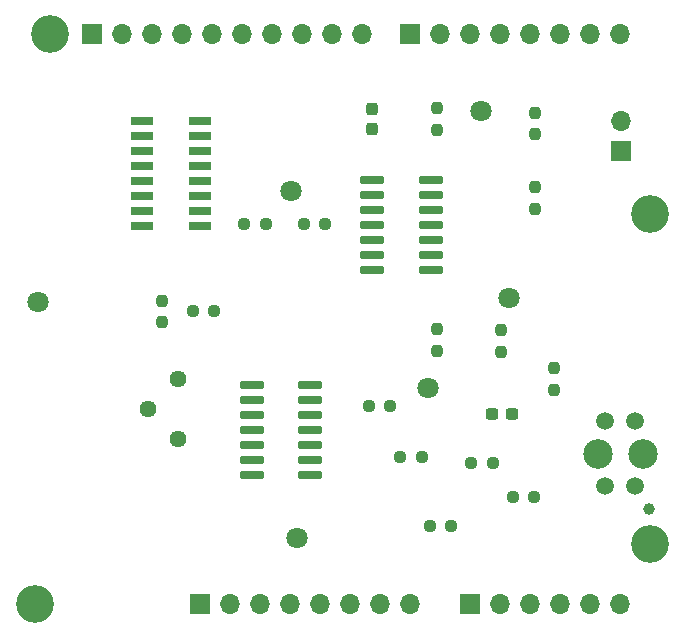
<source format=gts>
%TF.GenerationSoftware,KiCad,Pcbnew,(6.0.7)*%
%TF.CreationDate,2023-02-07T21:03:53+01:00*%
%TF.ProjectId,002 ardu ino shield,30303220-6172-4647-9520-696e6f207368,rev?*%
%TF.SameCoordinates,Original*%
%TF.FileFunction,Soldermask,Top*%
%TF.FilePolarity,Negative*%
%FSLAX46Y46*%
G04 Gerber Fmt 4.6, Leading zero omitted, Abs format (unit mm)*
G04 Created by KiCad (PCBNEW (6.0.7)) date 2023-02-07 21:03:53*
%MOMM*%
%LPD*%
G01*
G04 APERTURE LIST*
G04 Aperture macros list*
%AMRoundRect*
0 Rectangle with rounded corners*
0 $1 Rounding radius*
0 $2 $3 $4 $5 $6 $7 $8 $9 X,Y pos of 4 corners*
0 Add a 4 corners polygon primitive as box body*
4,1,4,$2,$3,$4,$5,$6,$7,$8,$9,$2,$3,0*
0 Add four circle primitives for the rounded corners*
1,1,$1+$1,$2,$3*
1,1,$1+$1,$4,$5*
1,1,$1+$1,$6,$7*
1,1,$1+$1,$8,$9*
0 Add four rect primitives between the rounded corners*
20,1,$1+$1,$2,$3,$4,$5,0*
20,1,$1+$1,$4,$5,$6,$7,0*
20,1,$1+$1,$6,$7,$8,$9,0*
20,1,$1+$1,$8,$9,$2,$3,0*%
G04 Aperture macros list end*
%ADD10R,1.700000X1.700000*%
%ADD11O,1.700000X1.700000*%
%ADD12C,2.500000*%
%ADD13C,1.000000*%
%ADD14C,1.500000*%
%ADD15RoundRect,0.237500X-0.250000X-0.237500X0.250000X-0.237500X0.250000X0.237500X-0.250000X0.237500X0*%
%ADD16C,1.800000*%
%ADD17RoundRect,0.042000X-0.908000X-0.258000X0.908000X-0.258000X0.908000X0.258000X-0.908000X0.258000X0*%
%ADD18RoundRect,0.042000X-0.943000X-0.258000X0.943000X-0.258000X0.943000X0.258000X-0.943000X0.258000X0*%
%ADD19RoundRect,0.237500X0.237500X-0.250000X0.237500X0.250000X-0.237500X0.250000X-0.237500X-0.250000X0*%
%ADD20RoundRect,0.237500X0.250000X0.237500X-0.250000X0.237500X-0.250000X-0.237500X0.250000X-0.237500X0*%
%ADD21C,3.200000*%
%ADD22RoundRect,0.237500X0.237500X-0.300000X0.237500X0.300000X-0.237500X0.300000X-0.237500X-0.300000X0*%
%ADD23RoundRect,0.237500X-0.237500X0.250000X-0.237500X-0.250000X0.237500X-0.250000X0.237500X0.250000X0*%
%ADD24C,1.440000*%
%ADD25RoundRect,0.237500X0.300000X0.237500X-0.300000X0.237500X-0.300000X-0.237500X0.300000X-0.237500X0*%
G04 APERTURE END LIST*
D10*
X127940000Y-97460000D03*
D11*
X130480000Y-97460000D03*
X133020000Y-97460000D03*
X135560000Y-97460000D03*
X138100000Y-97460000D03*
X140640000Y-97460000D03*
X143180000Y-97460000D03*
X145720000Y-97460000D03*
D10*
X150800000Y-97460000D03*
D11*
X153340000Y-97460000D03*
X155880000Y-97460000D03*
X158420000Y-97460000D03*
X160960000Y-97460000D03*
X163500000Y-97460000D03*
D10*
X118796000Y-49200000D03*
D11*
X121336000Y-49200000D03*
X123876000Y-49200000D03*
X126416000Y-49200000D03*
X128956000Y-49200000D03*
X131496000Y-49200000D03*
X134036000Y-49200000D03*
X136576000Y-49200000D03*
X139116000Y-49200000D03*
X141656000Y-49200000D03*
D10*
X145720000Y-49200000D03*
D11*
X148260000Y-49200000D03*
X150800000Y-49200000D03*
X153340000Y-49200000D03*
X155880000Y-49200000D03*
X158420000Y-49200000D03*
X160960000Y-49200000D03*
X163500000Y-49200000D03*
D12*
X165400000Y-84760000D03*
X161600000Y-84760000D03*
D13*
X165950000Y-89410000D03*
D14*
X162230000Y-82010000D03*
X164770000Y-82010000D03*
X162230000Y-87510000D03*
X164770000Y-87510000D03*
D10*
X163600000Y-59100000D03*
D11*
X163600000Y-56560000D03*
D15*
X154387500Y-88400000D03*
X156212500Y-88400000D03*
D16*
X114200000Y-71900000D03*
X136100000Y-91900000D03*
X151700000Y-55700000D03*
D17*
X123045000Y-56555000D03*
X123045000Y-57825000D03*
X123045000Y-59095000D03*
X123045000Y-60365000D03*
X123045000Y-61635000D03*
X123045000Y-62905000D03*
X123045000Y-64175000D03*
X123045000Y-65445000D03*
X127955000Y-65445000D03*
X127955000Y-64175000D03*
X127955000Y-62905000D03*
X127955000Y-61635000D03*
X127955000Y-60365000D03*
X127955000Y-59095000D03*
X127955000Y-57825000D03*
X127955000Y-56555000D03*
D18*
X132325000Y-78890000D03*
X132325000Y-80160000D03*
X132325000Y-81430000D03*
X132325000Y-82700000D03*
X132325000Y-83970000D03*
X132325000Y-85240000D03*
X132325000Y-86510000D03*
X137275000Y-86510000D03*
X137275000Y-85240000D03*
X137275000Y-83970000D03*
X137275000Y-82700000D03*
X137275000Y-81430000D03*
X137275000Y-80160000D03*
X137275000Y-78890000D03*
D19*
X153400000Y-76112500D03*
X153400000Y-74287500D03*
D20*
X133512500Y-65300000D03*
X131687500Y-65300000D03*
D19*
X157900000Y-79312500D03*
X157900000Y-77487500D03*
D21*
X115240000Y-49200000D03*
D22*
X142500000Y-57262500D03*
X142500000Y-55537500D03*
D19*
X124700000Y-73612500D03*
X124700000Y-71787500D03*
D15*
X127287500Y-72700000D03*
X129112500Y-72700000D03*
D18*
X142525000Y-61590000D03*
X142525000Y-62860000D03*
X142525000Y-64130000D03*
X142525000Y-65400000D03*
X142525000Y-66670000D03*
X142525000Y-67940000D03*
X142525000Y-69210000D03*
X147475000Y-69210000D03*
X147475000Y-67940000D03*
X147475000Y-66670000D03*
X147475000Y-65400000D03*
X147475000Y-64130000D03*
X147475000Y-62860000D03*
X147475000Y-61590000D03*
D19*
X148000000Y-57312500D03*
X148000000Y-55487500D03*
D20*
X152712500Y-85500000D03*
X150887500Y-85500000D03*
D23*
X148000000Y-74187500D03*
X148000000Y-76012500D03*
D24*
X126100000Y-83500000D03*
X123560000Y-80960000D03*
X126100000Y-78420000D03*
D16*
X154100000Y-71600000D03*
D25*
X154362500Y-81400000D03*
X152637500Y-81400000D03*
D20*
X146712500Y-85000000D03*
X144887500Y-85000000D03*
X138512500Y-65300000D03*
X136687500Y-65300000D03*
D19*
X156300000Y-64012500D03*
X156300000Y-62187500D03*
D23*
X156300000Y-55887500D03*
X156300000Y-57712500D03*
D16*
X135600000Y-62500000D03*
D21*
X113970000Y-97460000D03*
X166040000Y-64440000D03*
X166040000Y-92380000D03*
D15*
X147387500Y-90900000D03*
X149212500Y-90900000D03*
D16*
X147200000Y-79200000D03*
D15*
X142187500Y-80700000D03*
X144012500Y-80700000D03*
M02*

</source>
